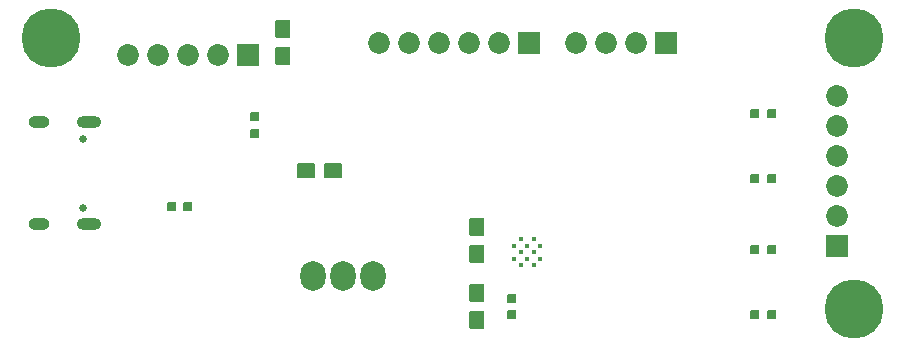
<source format=gbr>
%TF.GenerationSoftware,Altium Limited,Altium Designer,24.0.1 (36)*%
G04 Layer_Color=255*
%FSLAX45Y45*%
%MOMM*%
%TF.SameCoordinates,65C793CC-7C80-44E8-9821-AA658A2EEAB5*%
%TF.FilePolarity,Positive*%
%TF.FileFunction,Pads,Bot*%
%TF.Part,Single*%
G01*
G75*
%TA.AperFunction,SMDPad,CuDef*%
G04:AMPARAMS|DCode=14|XSize=1.524mm|YSize=1.27mm|CornerRadius=0.09525mm|HoleSize=0mm|Usage=FLASHONLY|Rotation=0.000|XOffset=0mm|YOffset=0mm|HoleType=Round|Shape=RoundedRectangle|*
%AMROUNDEDRECTD14*
21,1,1.52400,1.07950,0,0,0.0*
21,1,1.33350,1.27000,0,0,0.0*
1,1,0.19050,0.66675,-0.53975*
1,1,0.19050,-0.66675,-0.53975*
1,1,0.19050,-0.66675,0.53975*
1,1,0.19050,0.66675,0.53975*
%
%ADD14ROUNDEDRECTD14*%
G04:AMPARAMS|DCode=21|XSize=1.524mm|YSize=1.27mm|CornerRadius=0.09525mm|HoleSize=0mm|Usage=FLASHONLY|Rotation=270.000|XOffset=0mm|YOffset=0mm|HoleType=Round|Shape=RoundedRectangle|*
%AMROUNDEDRECTD21*
21,1,1.52400,1.07950,0,0,270.0*
21,1,1.33350,1.27000,0,0,270.0*
1,1,0.19050,-0.53975,-0.66675*
1,1,0.19050,-0.53975,0.66675*
1,1,0.19050,0.53975,0.66675*
1,1,0.19050,0.53975,-0.66675*
%
%ADD21ROUNDEDRECTD21*%
%TA.AperFunction,ComponentPad*%
%ADD32C,1.85000*%
%ADD33R,1.85000X1.85000*%
%ADD34R,1.85000X1.85000*%
%ADD35C,5.00000*%
%ADD36C,0.65000*%
%ADD37O,2.10000X1.00000*%
%ADD38O,1.80000X1.00000*%
%ADD39O,2.15000X2.50000*%
%ADD40C,0.40000*%
%TA.AperFunction,SMDPad,CuDef*%
G04:AMPARAMS|DCode=44|XSize=0.762mm|YSize=0.762mm|CornerRadius=0.0381mm|HoleSize=0mm|Usage=FLASHONLY|Rotation=0.000|XOffset=0mm|YOffset=0mm|HoleType=Round|Shape=RoundedRectangle|*
%AMROUNDEDRECTD44*
21,1,0.76200,0.68580,0,0,0.0*
21,1,0.68580,0.76200,0,0,0.0*
1,1,0.07620,0.34290,-0.34290*
1,1,0.07620,-0.34290,-0.34290*
1,1,0.07620,-0.34290,0.34290*
1,1,0.07620,0.34290,0.34290*
%
%ADD44ROUNDEDRECTD44*%
G04:AMPARAMS|DCode=45|XSize=0.762mm|YSize=0.762mm|CornerRadius=0.0381mm|HoleSize=0mm|Usage=FLASHONLY|Rotation=90.000|XOffset=0mm|YOffset=0mm|HoleType=Round|Shape=RoundedRectangle|*
%AMROUNDEDRECTD45*
21,1,0.76200,0.68580,0,0,90.0*
21,1,0.68580,0.76200,0,0,90.0*
1,1,0.07620,0.34290,0.34290*
1,1,0.07620,0.34290,-0.34290*
1,1,0.07620,-0.34290,-0.34290*
1,1,0.07620,-0.34290,0.34290*
%
%ADD45ROUNDEDRECTD45*%
D14*
X2507000Y1516500D02*
D03*
X2735600D02*
D03*
D21*
X2316500Y2723000D02*
D03*
Y2494400D02*
D03*
X3954800Y259200D02*
D03*
Y487800D02*
D03*
Y818000D02*
D03*
Y1046600D02*
D03*
D32*
X1000000Y2500000D02*
D03*
X1762000D02*
D03*
X1508000D02*
D03*
X1254000D02*
D03*
X7000000Y2154000D02*
D03*
Y1900000D02*
D03*
Y1138000D02*
D03*
Y1392000D02*
D03*
Y1646000D02*
D03*
X3130000Y2600000D02*
D03*
X3384000D02*
D03*
X4146000D02*
D03*
X3892000D02*
D03*
X3638000D02*
D03*
X5300000D02*
D03*
X5046000D02*
D03*
X4792000D02*
D03*
D33*
X2016000Y2500000D02*
D03*
X4400000Y2600000D02*
D03*
X5554000D02*
D03*
D34*
X7000000Y884000D02*
D03*
D35*
X7150000Y2650000D02*
D03*
X350000D02*
D03*
X7150000Y350000D02*
D03*
D36*
X618000Y1789000D02*
D03*
Y1211000D02*
D03*
D37*
X668000Y1068000D02*
D03*
Y1932000D02*
D03*
D38*
X250000Y1068000D02*
D03*
Y1932000D02*
D03*
D39*
X2824500Y627500D02*
D03*
X2570500D02*
D03*
X3078500D02*
D03*
D40*
X4489500Y885500D02*
D03*
X4379500D02*
D03*
X4434500Y940500D02*
D03*
X4324500D02*
D03*
X4434500Y830500D02*
D03*
X4489500Y775500D02*
D03*
X4379500D02*
D03*
X4324500Y830500D02*
D03*
X4434500Y720500D02*
D03*
X4269500Y885500D02*
D03*
Y775500D02*
D03*
X4324500Y720500D02*
D03*
D44*
X1371600Y1219200D02*
D03*
X1511300D02*
D03*
X6450000Y300000D02*
D03*
X6310300D02*
D03*
X6450000Y850000D02*
D03*
X6310300D02*
D03*
X6450000Y1450000D02*
D03*
X6310300D02*
D03*
X6450000Y2000000D02*
D03*
X6310300D02*
D03*
D45*
X4250000Y439700D02*
D03*
Y300000D02*
D03*
X2075200Y1973700D02*
D03*
Y1834000D02*
D03*
%TF.MD5,83f43e32530d94cbde46abc5616fcab4*%
M02*

</source>
